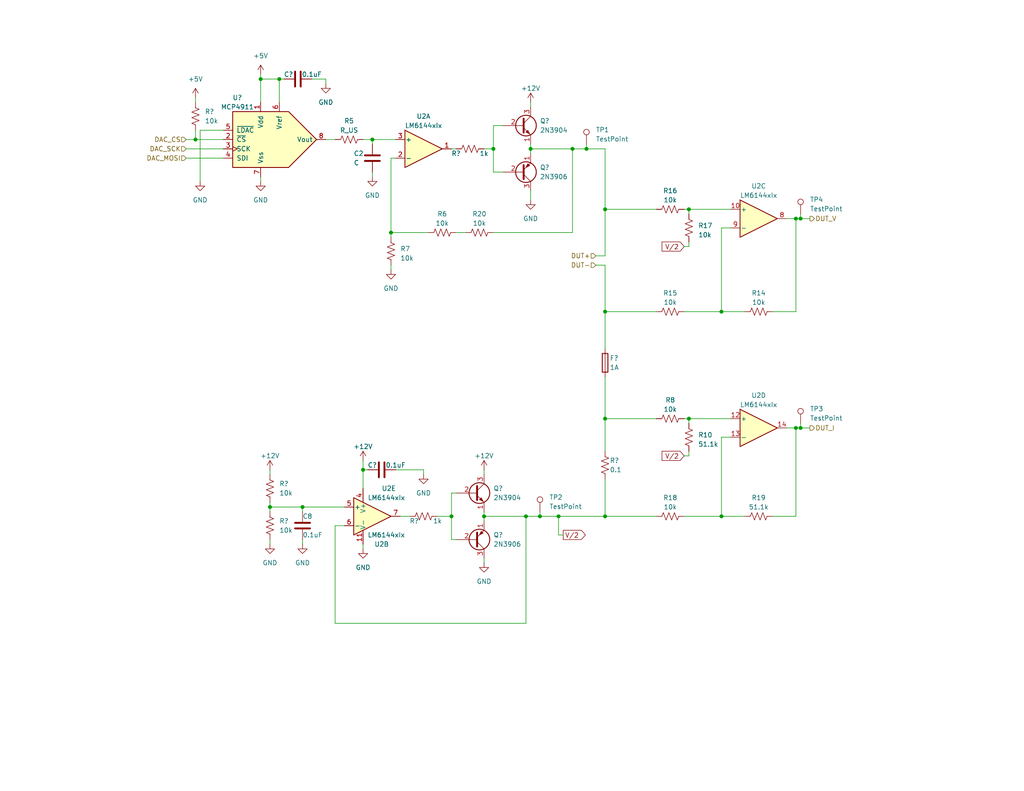
<source format=kicad_sch>
(kicad_sch (version 20230121) (generator eeschema)
  (paper "A")
  (title_block (title "Analog IV Variation"))
  (lib_symbols
    (symbol "Amplifier_Operational:LM6144xIx" (pin_names (offset 0.127))
      (property "Reference" "U" (at 0 5.08 0))
      (property "Value" "LM6144xIx" (at 0 -5.08 0))
      (symbol "LM6144xIx_1_1"
        (polyline (pts (xy -5.08 5.08) (xy 5.08 0) (xy -5.08 -5.08) (xy -5.08 5.08)) (stroke (width 0.254)) (fill (type background)))
        (pin output line (at 7.62 0 180) (length 2.54) (name "~") (number "1"))
        (pin input line (at -7.62 -2.54 0) (length 2.54) (name "-") (number "2"))
        (pin input line (at -7.62 2.54 0) (length 2.54) (name "+") (number "3"))
      )
      (symbol "LM6144xIx_2_1"
        (polyline (pts (xy -5.08 5.08) (xy 5.08 0) (xy -5.08 -5.08) (xy -5.08 5.08)) (stroke (width 0.254)) (fill (type background)))
        (pin input line (at -7.62 2.54 0) (length 2.54) (name "+") (number "5"))
        (pin input line (at -7.62 -2.54 0) (length 2.54) (name "-") (number "6"))
        (pin output line (at 7.62 0 180) (length 2.54) (name "~") (number "7"))
      )
      (symbol "LM6144xIx_3_1"
        (polyline (pts (xy -5.08 5.08) (xy 5.08 0) (xy -5.08 -5.08) (xy -5.08 5.08)) (stroke (width 0.254)) (fill (type background)))
        (pin input line (at -7.62 2.54 0) (length 2.54) (name "+") (number "10"))
        (pin output line (at 7.62 0 180) (length 2.54) (name "~") (number "8"))
        (pin input line (at -7.62 -2.54 0) (length 2.54) (name "-") (number "9"))
      )
      (symbol "LM6144xIx_4_1"
        (polyline (pts (xy -5.08 5.08) (xy 5.08 0) (xy -5.08 -5.08) (xy -5.08 5.08)) (stroke (width 0.254)) (fill (type background)))
        (pin input line (at -7.62 2.54 0) (length 2.54) (name "+") (number "12"))
        (pin input line (at -7.62 -2.54 0) (length 2.54) (name "-") (number "13"))
        (pin output line (at 7.62 0 180) (length 2.54) (name "~") (number "14"))
      )
      (symbol "LM6144xIx_5_1"
        (pin power_in line (at -2.54 -7.62 90) (length 3.81) (name "V-") (number "11"))
        (pin power_in line (at -2.54 7.62 270) (length 3.81) (name "V+") (number "4"))
      )
    )
    (symbol "Analog_DAC:MCP4911" (pin_names (offset 1.016))
      (property "Reference" "U" (at 6.35 10.795 0))
      (property "Value" "MCP4911" (at 6.35 8.89 0))
      (symbol "MCP4911_0_0"
        (polyline (pts (xy 15.24 0) (xy 7.62 7.62) (xy -7.62 7.62) (xy -7.62 -7.62) (xy 7.62 -7.62) (xy 15.24 0)) (stroke (width 0.254)) (fill (type background)))
      )
      (symbol "MCP4911_1_1"
        (pin power_in line (at 0 10.16 270) (length 2.54) (name "Vdd") (number "1"))
        (pin input line (at -10.16 0 0) (length 2.54) (name "~{CS}") (number "2"))
        (pin input clock (at -10.16 -2.54 0) (length 2.54) (name "SCK") (number "3"))
        (pin input line (at -10.16 -5.08 0) (length 2.54) (name "SDI") (number "4"))
        (pin input line (at -10.16 2.54 0) (length 2.54) (name "~{LDAC}") (number "5"))
        (pin power_in line (at 5.08 10.16 270) (length 2.54) (name "Vref") (number "6"))
        (pin power_in line (at 0 -10.16 90) (length 2.54) (name "Vss") (number "7"))
        (pin output line (at 17.78 0 180) (length 2.54) (name "Vout") (number "8"))
      )
    )
    (symbol "Connector:TestPoint" (pin_numbers hide) (pin_names (offset 0.762) hide)
      (property "Reference" "TP" (at 0 6.858 0))
      (property "Value" "TestPoint" (at 0 5.08 0))
      (symbol "TestPoint_0_1"
        (circle (center 0 3.302) (radius 0.762))
      )
      (symbol "TestPoint_1_1"
        (pin passive line (at 0 0 90) (length 2.54) (name "1") (number "1"))
      )
    )
    (symbol "Device:C" (pin_numbers hide) (pin_names (offset 0.254))
      (property "Reference" "C" (at 0.635 2.54 0))
      (property "Value" "C" (at 0.635 -2.54 0))
      (symbol "C_0_1"
        (polyline (pts (xy -2.032 -0.762) (xy 2.032 -0.762)) (stroke (width 0.508)))
        (polyline (pts (xy -2.032 0.762) (xy 2.032 0.762)) (stroke (width 0.508)))
      )
      (symbol "C_1_1"
        (pin passive line (at 0 3.81 270) (length 2.794) (name "~") (number "1"))
        (pin passive line (at 0 -3.81 90) (length 2.794) (name "~") (number "2"))
      )
    )
    (symbol "Device:Fuse" (pin_numbers hide) (pin_names (offset 0))
      (property "Reference" "F" (at 2.032 0 90))
      (property "Value" "Fuse" (at -1.905 0 90))
      (symbol "Fuse_0_1"
        (rectangle (start -0.762 -2.54) (end 0.762 2.54) (stroke (width 0.254)))
        (polyline (pts (xy 0 2.54) (xy 0 -2.54)))
      )
      (symbol "Fuse_1_1"
        (pin passive line (at 0 3.81 270) (length 1.27) (name "~") (number "1"))
        (pin passive line (at 0 -3.81 90) (length 1.27) (name "~") (number "2"))
      )
    )
    (symbol "Device:R_US" (pin_numbers hide) (pin_names (offset 0))
      (property "Reference" "R" (at 2.54 0 90))
      (property "Value" "R_US" (at -2.54 0 90))
      (symbol "R_US_0_1"
        (polyline (pts (xy 0 -2.286) (xy 0 -2.54)))
        (polyline (pts (xy 0 2.286) (xy 0 2.54)))
        (polyline (pts (xy 0 -0.762) (xy 1.016 -1.143) (xy 0 -1.524) (xy -1.016 -1.905) (xy 0 -2.286)))
        (polyline (pts (xy 0 0.762) (xy 1.016 0.381) (xy 0 0) (xy -1.016 -0.381) (xy 0 -0.762)))
        (polyline (pts (xy 0 2.286) (xy 1.016 1.905) (xy 0 1.524) (xy -1.016 1.143) (xy 0 0.762)))
      )
      (symbol "R_US_1_1"
        (pin passive line (at 0 3.81 270) (length 1.27) (name "~") (number "1"))
        (pin passive line (at 0 -3.81 90) (length 1.27) (name "~") (number "2"))
      )
    )
    (symbol "Transistor_BJT:2N3904" (pin_names (offset 0) hide)
      (property "Reference" "Q" (at 5.08 1.905 0))
      (property "Value" "2N3904" (at 5.08 0 0))
      (symbol "2N3904_0_1"
        (polyline (pts (xy 0.635 0.635) (xy 2.54 2.54)))
        (polyline (pts (xy 0.635 -0.635) (xy 2.54 -2.54) (xy 2.54 -2.54)))
        (polyline (pts (xy 0.635 1.905) (xy 0.635 -1.905) (xy 0.635 -1.905)) (stroke (width 0.508)))
        (polyline (pts (xy 1.27 -1.778) (xy 1.778 -1.27) (xy 2.286 -2.286) (xy 1.27 -1.778) (xy 1.27 -1.778)) (fill (type outline)))
        (circle (center 1.27 0) (radius 2.8194) (stroke (width 0.254)))
      )
      (symbol "2N3904_1_1"
        (pin passive line (at 2.54 -5.08 90) (length 2.54) (name "E") (number "1"))
        (pin passive line (at -5.08 0 0) (length 5.715) (name "B") (number "2"))
        (pin passive line (at 2.54 5.08 270) (length 2.54) (name "C") (number "3"))
      )
    )
    (symbol "Transistor_BJT:2N3906" (pin_names (offset 0) hide)
      (property "Reference" "Q" (at 5.08 1.905 0))
      (property "Value" "2N3906" (at 5.08 0 0))
      (symbol "2N3906_0_1"
        (polyline (pts (xy 0.635 0.635) (xy 2.54 2.54)))
        (polyline (pts (xy 0.635 -0.635) (xy 2.54 -2.54) (xy 2.54 -2.54)))
        (polyline (pts (xy 0.635 1.905) (xy 0.635 -1.905) (xy 0.635 -1.905)) (stroke (width 0.508)))
        (polyline (pts (xy 2.286 -1.778) (xy 1.778 -2.286) (xy 1.27 -1.27) (xy 2.286 -1.778) (xy 2.286 -1.778)) (fill (type outline)))
        (circle (center 1.27 0) (radius 2.8194) (stroke (width 0.254)))
      )
      (symbol "2N3906_1_1"
        (pin passive line (at 2.54 -5.08 90) (length 2.54) (name "E") (number "1"))
        (pin input line (at -5.08 0 0) (length 5.715) (name "B") (number "2"))
        (pin passive line (at 2.54 5.08 270) (length 2.54) (name "C") (number "3"))
      )
    )
    (symbol "power:+12V" (power) (pin_names (offset 0))
      (property "Value" "+12V" (at 0 3.556 0))
      (symbol "+12V_0_1"
        (polyline (pts (xy -0.762 1.27) (xy 0 2.54)))
        (polyline (pts (xy 0 0) (xy 0 2.54)))
        (polyline (pts (xy 0 2.54) (xy 0.762 1.27)))
      )
      (symbol "+12V_1_1"
        (pin power_in line (at 0 0 90) (length 0) hide (name "+12V") (number "1"))
      )
    )
    (symbol "power:+5V" (power) (pin_names (offset 0))
      (property "Value" "+5V" (at 0 3.556 0))
      (symbol "+5V_0_1"
        (polyline (pts (xy -0.762 1.27) (xy 0 2.54)))
        (polyline (pts (xy 0 0) (xy 0 2.54)))
        (polyline (pts (xy 0 2.54) (xy 0.762 1.27)))
      )
      (symbol "+5V_1_1"
        (pin power_in line (at 0 0 90) (length 0) hide (name "+5V") (number "1"))
      )
    )
    (symbol "power:GND" (power) (pin_names (offset 0))
      (property "Value" "GND" (at 0 -3.81 0))
      (symbol "GND_0_1"
        (polyline (pts (xy 0 0) (xy 0 -1.27) (xy 1.27 -1.27) (xy 0 -2.54) (xy -1.27 -1.27) (xy 0 -1.27)))
      )
      (symbol "GND_1_1"
        (pin power_in line (at 0 0 270) (length 0) hide (name "GND") (number "1"))
      )
    )
  )
  (junction (at 196.85 140.97))
  (junction (at 187.96 114.3))
  (junction (at 165.1 140.97))
  (junction (at 144.78 40.64))
  (junction (at 134.62 40.64))
  (junction (at 143.51 140.97))
  (junction (at 53.34 38.1))
  (junction (at 196.85 85.09))
  (junction (at 82.55 138.43))
  (junction (at 99.06 128.27))
  (junction (at 132.08 140.97))
  (junction (at 218.44 59.69))
  (junction (at 71.12 21.59))
  (junction (at 217.17 59.69))
  (junction (at 160.02 40.64))
  (junction (at 101.6 38.1))
  (junction (at 165.1 85.09))
  (junction (at 156.21 40.64))
  (junction (at 76.2 21.59))
  (junction (at 218.44 116.84))
  (junction (at 217.17 116.84))
  (junction (at 106.68 63.5))
  (junction (at 73.66 138.43))
  (junction (at 147.32 140.97))
  (junction (at 165.1 57.15))
  (junction (at 152.4 140.97))
  (junction (at 165.1 114.3))
  (junction (at 187.96 57.15))
  (junction (at 123.19 140.97))
  (wire (pts (xy 218.44 115.57) (xy 218.44 116.84)))
  (wire (pts (xy 162.56 69.85) (xy 165.1 69.85)))
  (wire (pts (xy 199.39 119.38) (xy 196.85 119.38)))
  (wire (pts (xy 99.06 148.59) (xy 99.06 149.86)))
  (wire (pts (xy 165.1 85.09) (xy 179.07 85.09)))
  (wire (pts (xy 50.8 43.18) (xy 60.96 43.18)))
  (wire (pts (xy 165.1 57.15) (xy 165.1 69.85)))
  (wire (pts (xy 144.78 40.64) (xy 156.21 40.64)))
  (wire (pts (xy 196.85 119.38) (xy 196.85 140.97)))
  (wire (pts (xy 124.46 63.5) (xy 127 63.5)))
  (wire (pts (xy 186.69 85.09) (xy 196.85 85.09)))
  (wire (pts (xy 71.12 20.32) (xy 71.12 21.59)))
  (wire (pts (xy 73.66 128.27) (xy 73.66 129.54)))
  (wire (pts (xy 106.68 43.18) (xy 106.68 63.5)))
  (wire (pts (xy 196.85 140.97) (xy 203.2 140.97)))
  (wire (pts (xy 144.78 52.07) (xy 144.78 54.61)))
  (wire (pts (xy 71.12 48.26) (xy 71.12 49.53)))
  (wire (pts (xy 217.17 116.84) (xy 218.44 116.84)))
  (wire (pts (xy 156.21 40.64) (xy 160.02 40.64)))
  (wire (pts (xy 186.69 140.97) (xy 196.85 140.97)))
  (wire (pts (xy 106.68 72.39) (xy 106.68 73.66)))
  (wire (pts (xy 53.34 38.1) (xy 50.8 38.1)))
  (wire (pts (xy 73.66 147.32) (xy 73.66 148.59)))
  (wire (pts (xy 144.78 40.64) (xy 144.78 41.91)))
  (wire (pts (xy 71.12 21.59) (xy 76.2 21.59)))
  (wire (pts (xy 99.06 38.1) (xy 101.6 38.1)))
  (wire (pts (xy 217.17 59.69) (xy 218.44 59.69)))
  (wire (pts (xy 123.19 134.62) (xy 124.46 134.62)))
  (wire (pts (xy 134.62 34.29) (xy 134.62 40.64)))
  (wire (pts (xy 187.96 57.15) (xy 187.96 58.42)))
  (wire (pts (xy 165.1 85.09) (xy 165.1 95.25)))
  (wire (pts (xy 147.32 140.97) (xy 152.4 140.97)))
  (wire (pts (xy 132.08 152.4) (xy 132.08 153.67)))
  (wire (pts (xy 199.39 62.23) (xy 196.85 62.23)))
  (wire (pts (xy 53.34 26.67) (xy 53.34 27.94)))
  (wire (pts (xy 165.1 130.81) (xy 165.1 140.97)))
  (wire (pts (xy 50.8 40.64) (xy 60.96 40.64)))
  (wire (pts (xy 217.17 85.09) (xy 217.17 59.69)))
  (wire (pts (xy 99.06 128.27) (xy 99.06 133.35)))
  (wire (pts (xy 91.44 170.18) (xy 143.51 170.18)))
  (wire (pts (xy 165.1 57.15) (xy 179.07 57.15)))
  (wire (pts (xy 132.08 40.64) (xy 134.62 40.64)))
  (wire (pts (xy 186.69 114.3) (xy 187.96 114.3)))
  (wire (pts (xy 134.62 63.5) (xy 156.21 63.5)))
  (wire (pts (xy 124.46 147.32) (xy 123.19 147.32)))
  (wire (pts (xy 217.17 116.84) (xy 217.17 140.97)))
  (wire (pts (xy 123.19 140.97) (xy 123.19 147.32)))
  (wire (pts (xy 210.82 85.09) (xy 217.17 85.09)))
  (wire (pts (xy 99.06 125.73) (xy 99.06 128.27)))
  (wire (pts (xy 132.08 140.97) (xy 132.08 142.24)))
  (wire (pts (xy 115.57 129.54) (xy 115.57 128.27)))
  (wire (pts (xy 214.63 116.84) (xy 217.17 116.84)))
  (wire (pts (xy 160.02 39.37) (xy 160.02 40.64)))
  (wire (pts (xy 101.6 39.37) (xy 101.6 38.1)))
  (wire (pts (xy 132.08 140.97) (xy 143.51 140.97)))
  (wire (pts (xy 186.69 57.15) (xy 187.96 57.15)))
  (wire (pts (xy 210.82 140.97) (xy 217.17 140.97)))
  (wire (pts (xy 152.4 140.97) (xy 165.1 140.97)))
  (wire (pts (xy 143.51 140.97) (xy 147.32 140.97)))
  (wire (pts (xy 101.6 48.26) (xy 101.6 46.99)))
  (wire (pts (xy 186.69 67.31) (xy 187.96 67.31)))
  (wire (pts (xy 101.6 38.1) (xy 107.95 38.1)))
  (wire (pts (xy 217.17 59.69) (xy 214.63 59.69)))
  (wire (pts (xy 106.68 63.5) (xy 116.84 63.5)))
  (wire (pts (xy 186.69 124.46) (xy 187.96 124.46)))
  (wire (pts (xy 218.44 58.42) (xy 218.44 59.69)))
  (wire (pts (xy 91.44 143.51) (xy 91.44 170.18)))
  (wire (pts (xy 132.08 128.27) (xy 132.08 129.54)))
  (wire (pts (xy 123.19 40.64) (xy 124.46 40.64)))
  (wire (pts (xy 165.1 40.64) (xy 165.1 57.15)))
  (wire (pts (xy 93.98 143.51) (xy 91.44 143.51)))
  (wire (pts (xy 76.2 21.59) (xy 77.47 21.59)))
  (wire (pts (xy 165.1 114.3) (xy 165.1 123.19)))
  (wire (pts (xy 218.44 59.69) (xy 220.98 59.69)))
  (wire (pts (xy 143.51 140.97) (xy 143.51 170.18)))
  (wire (pts (xy 60.96 38.1) (xy 53.34 38.1)))
  (wire (pts (xy 165.1 140.97) (xy 179.07 140.97)))
  (wire (pts (xy 109.22 140.97) (xy 111.76 140.97)))
  (wire (pts (xy 144.78 39.37) (xy 144.78 40.64)))
  (wire (pts (xy 165.1 102.87) (xy 165.1 114.3)))
  (wire (pts (xy 115.57 128.27) (xy 107.95 128.27)))
  (wire (pts (xy 73.66 138.43) (xy 73.66 139.7)))
  (wire (pts (xy 53.34 38.1) (xy 53.34 35.56)))
  (wire (pts (xy 196.85 85.09) (xy 203.2 85.09)))
  (wire (pts (xy 165.1 85.09) (xy 165.1 72.39)))
  (wire (pts (xy 76.2 21.59) (xy 76.2 27.94)))
  (wire (pts (xy 144.78 27.94) (xy 144.78 29.21)))
  (wire (pts (xy 119.38 140.97) (xy 123.19 140.97)))
  (wire (pts (xy 218.44 116.84) (xy 220.98 116.84)))
  (wire (pts (xy 187.96 57.15) (xy 199.39 57.15)))
  (wire (pts (xy 71.12 21.59) (xy 71.12 27.94)))
  (wire (pts (xy 82.55 147.32) (xy 82.55 148.59)))
  (wire (pts (xy 82.55 138.43) (xy 82.55 139.7)))
  (wire (pts (xy 85.09 21.59) (xy 88.9 21.59)))
  (wire (pts (xy 162.56 72.39) (xy 165.1 72.39)))
  (wire (pts (xy 134.62 34.29) (xy 137.16 34.29)))
  (wire (pts (xy 187.96 114.3) (xy 199.39 114.3)))
  (wire (pts (xy 88.9 38.1) (xy 91.44 38.1)))
  (wire (pts (xy 73.66 137.16) (xy 73.66 138.43)))
  (wire (pts (xy 152.4 146.05) (xy 152.4 140.97)))
  (wire (pts (xy 187.96 123.19) (xy 187.96 124.46)))
  (wire (pts (xy 107.95 43.18) (xy 106.68 43.18)))
  (wire (pts (xy 82.55 138.43) (xy 93.98 138.43)))
  (wire (pts (xy 187.96 66.04) (xy 187.96 67.31)))
  (wire (pts (xy 54.61 49.53) (xy 54.61 35.56)))
  (wire (pts (xy 156.21 63.5) (xy 156.21 40.64)))
  (wire (pts (xy 196.85 62.23) (xy 196.85 85.09)))
  (wire (pts (xy 187.96 114.3) (xy 187.96 115.57)))
  (wire (pts (xy 54.61 35.56) (xy 60.96 35.56)))
  (wire (pts (xy 123.19 134.62) (xy 123.19 140.97)))
  (wire (pts (xy 134.62 40.64) (xy 134.62 46.99)))
  (wire (pts (xy 73.66 138.43) (xy 82.55 138.43)))
  (wire (pts (xy 100.33 128.27) (xy 99.06 128.27)))
  (wire (pts (xy 106.68 63.5) (xy 106.68 64.77)))
  (wire (pts (xy 137.16 46.99) (xy 134.62 46.99)))
  (wire (pts (xy 179.07 114.3) (xy 165.1 114.3)))
  (wire (pts (xy 147.32 139.7) (xy 147.32 140.97)))
  (wire (pts (xy 153.67 146.05) (xy 152.4 146.05)))
  (wire (pts (xy 160.02 40.64) (xy 165.1 40.64)))
  (wire (pts (xy 132.08 139.7) (xy 132.08 140.97)))
  (wire (pts (xy 88.9 21.59) (xy 88.9 22.86)))
  (global_label "V{slash}2" (shape input) (at 186.69 124.46 180) (property "Intersheetrefs" "${INTERSHEET_REFS}" (effects hide)))
  (global_label "V{slash}2" (shape input) (at 186.69 67.31 180) (property "Intersheetrefs" "${INTERSHEET_REFS}" (effects hide)))
  (global_label "V{slash}2" (shape output) (at 153.67 146.05 0) (property "Intersheetrefs" "${INTERSHEET_REFS}" (effects hide)))
  (hierarchical_label "DAC_SCK" (shape input) (at 50.8 40.64 180))
  (hierarchical_label "DUT-" (shape input) (at 162.56 72.39 180))
  (hierarchical_label "DAC_MOSI" (shape input) (at 50.8 43.18 180))
  (hierarchical_label "DUT+" (shape input) (at 162.56 69.85 180))
  (hierarchical_label "DUT_I" (shape output) (at 220.98 116.84 0))
  (hierarchical_label "DUT_V" (shape output) (at 220.98 59.69 0))
  (hierarchical_label "DAC_CS" (shape input) (at 50.8 38.1 180))
  (symbol (lib_id "power:GND") (at 82.55 148.59 0) (mirror y) (unit 1)
    (property "Reference" "#PWR?" (effects hide))
    (property "Value" "GND" (at 82.55 153.67 0))
    (instances (project "USB_curve_tracer" (path "" (reference "#PWR?") (unit 1)) (path "" (reference "#PWR037") (unit 1))))
  )
  (symbol (lib_id "Device:R_US") (at 187.96 119.38 0) (unit 1)
    (property "Reference" "R10" (at 190.5 118.745 0) (effects (justify left)))
    (property "Value" "51.1k" (at 190.5 121.285 0) (effects (justify left)))
  )
  (symbol (lib_id "Amplifier_Operational:LM6144xIx") (at 207.01 116.84 0) (unit 4)
    (property "Reference" "U2" (at 207.01 107.95 0))
    (property "Value" "LM6144xIx" (at 207.01 110.49 0))
    (property "Datasheet" "https://www.ti.com/lit/ds/symlink/lm6142.pdf" (effects hide))
  )
  (symbol (lib_id "Device:C") (at 82.55 143.51 0) (unit 1)
    (property "Reference" "C8" (at 82.55 140.97 0) (effects (justify left)))
    (property "Value" "0.1uF" (at 82.55 146.05 0) (effects (justify left)))
  )
  (symbol (lib_id "power:GND") (at 88.9 22.86 0) (mirror y) (unit 1)
    (property "Reference" "#PWR?" (effects hide))
    (property "Value" "GND" (at 88.9 27.94 0))
    (instances (project "USB_curve_tracer" (path "" (reference "#PWR?") (unit 1)) (path "" (reference "#PWR017") (unit 1))))
  )
  (symbol (lib_id "Device:C") (at 81.28 21.59 90) (unit 1)
    (property "Reference" "C?" (at 78.74 20.32 90))
    (property "Value" "0.1uF" (at 85.09 20.32 90))
    (instances (project "USB_curve_tracer" (path "" (reference "C?") (unit 1)) (path "" (reference "C1") (unit 1))))
  )
  (symbol (lib_id "power:+5V") (at 71.12 20.32 0) (unit 1)
    (property "Reference" "#PWR?" (effects hide))
    (property "Value" "+5V" (at 71.12 15.24 0))
    (instances (project "USB_curve_tracer" (path "" (reference "#PWR?") (unit 1)) (path "" (reference "#PWR014") (unit 1))))
  )
  (symbol (lib_id "Amplifier_Operational:LM6144xIx") (at 115.57 40.64 0) (unit 1)
    (property "Reference" "U2" (at 115.57 31.75 0))
    (property "Value" "LM6144xIx" (at 115.57 34.29 0))
    (property "Datasheet" "https://www.ti.com/lit/ds/symlink/lm6142.pdf" (effects hide))
  )
  (symbol (lib_id "Device:Fuse") (at 165.1 99.06 0) (unit 1)
    (property "Reference" "F?" (at 166.37 97.7899 0) (effects (justify left)))
    (property "Value" "1A" (at 166.37 100.3299 0) (effects (justify left)))
    (instances (project "USB_curve_tracer" (path "" (reference "F?") (unit 1)) (path "" (reference "F2") (unit 1))))
  )
  (symbol (lib_id "Connector:TestPoint") (at 160.02 39.37 0) (unit 1)
    (property "Reference" "TP1" (at 162.56 35.433 0) (effects (justify left)))
    (property "Value" "TestPoint" (at 162.56 37.973 0) (effects (justify left)))
  )
  (symbol (lib_id "Device:R_US") (at 120.65 63.5 90) (unit 1)
    (property "Reference" "R6" (at 120.65 58.42 90))
    (property "Value" "10k" (at 120.65 60.96 90))
  )
  (symbol (lib_id "Transistor_BJT:2N3904") (at 142.24 34.29 0) (unit 1)
    (property "Reference" "Q?" (at 147.32 33.0199 0) (effects (justify left)))
    (property "Value" "2N3904" (at 147.32 35.5599 0) (effects (justify left)))
    (property "Footprint" "Package_TO_SOT_THT:TO-92_Inline" (effects hide))
    (property "Datasheet" "https://www.onsemi.com/pub/Collateral/2N3903-D.PDF" (effects hide))
    (instances (project "USB_curve_tracer" (path "" (reference "Q?") (unit 1)) (path "" (reference "Q3") (unit 1))))
  )
  (symbol (lib_id "power:+12V") (at 99.06 125.73 0) (unit 1)
    (property "Reference" "#PWR018" (effects hide))
    (property "Value" "+12V" (at 99.06 121.92 0))
  )
  (symbol (lib_id "Device:R_US") (at 182.88 114.3 90) (unit 1)
    (property "Reference" "R8" (at 182.88 109.22 90))
    (property "Value" "10k" (at 182.88 111.76 90))
  )
  (symbol (lib_id "power:GND") (at 99.06 149.86 0) (mirror y) (unit 1)
    (property "Reference" "#PWR?" (effects hide))
    (property "Value" "GND" (at 99.06 154.94 0))
    (instances (project "USB_curve_tracer" (path "" (reference "#PWR?") (unit 1)) (path "" (reference "#PWR020") (unit 1))))
  )
  (symbol (lib_id "Device:R_US") (at 73.66 133.35 0) (unit 1)
    (property "Reference" "R?" (at 76.2 132.0799 0) (effects (justify left)))
    (property "Value" "10k" (at 76.2 134.6199 0) (effects (justify left)))
    (instances (project "USB_curve_tracer" (path "" (reference "R?") (unit 1)) (path "" (reference "R2") (unit 1))))
  )
  (symbol (lib_id "Device:R_US") (at 182.88 85.09 90) (unit 1)
    (property "Reference" "R15" (at 182.88 80.01 90))
    (property "Value" "10k" (at 182.88 82.55 90))
  )
  (symbol (lib_id "Device:R_US") (at 73.66 143.51 0) (unit 1)
    (property "Reference" "R?" (at 76.2 142.2399 0) (effects (justify left)))
    (property "Value" "10k" (at 76.2 144.7799 0) (effects (justify left)))
    (instances (project "USB_curve_tracer" (path "" (reference "R?") (unit 1)) (path "" (reference "R3") (unit 1))))
  )
  (symbol (lib_id "Device:R_US") (at 128.27 40.64 90) (unit 1)
    (property "Reference" "R?" (at 124.46 41.91 90))
    (property "Value" "1k" (at 132.08 41.91 90))
    (instances (project "USB_curve_tracer" (path "" (reference "R?") (unit 1)) (path "" (reference "R9") (unit 1))))
  )
  (symbol (lib_id "Amplifier_Operational:LM6144xIx") (at 101.6 140.97 0) (unit 2)
    (property "Reference" "U2" (at 104.14 148.59 0))
    (property "Value" "LM6144xIx" (at 105.41 146.05 0))
    (property "Datasheet" "https://www.ti.com/lit/ds/symlink/lm6142.pdf" (effects hide))
  )
  (symbol (lib_id "power:GND") (at 73.66 148.59 0) (mirror y) (unit 1)
    (property "Reference" "#PWR?" (effects hide))
    (property "Value" "GND" (at 73.66 153.67 0))
    (instances (project "USB_curve_tracer" (path "" (reference "#PWR?") (unit 1)) (path "" (reference "#PWR04") (unit 1))))
  )
  (symbol (lib_id "power:GND") (at 106.68 73.66 0) (mirror y) (unit 1)
    (property "Reference" "#PWR?" (effects hide))
    (property "Value" "GND" (at 106.68 78.74 0))
    (instances (project "USB_curve_tracer" (path "" (reference "#PWR?") (unit 1)) (path "" (reference "#PWR015") (unit 1))))
  )
  (symbol (lib_id "Device:R_US") (at 182.88 140.97 90) (unit 1)
    (property "Reference" "R18" (at 182.88 135.89 90))
    (property "Value" "10k" (at 182.88 138.43 90))
  )
  (symbol (lib_id "Device:R_US") (at 165.1 127 0) (unit 1)
    (property "Reference" "R?" (at 166.37 125.7299 0) (effects (justify left)))
    (property "Value" "0.1" (at 166.37 128.2699 0) (effects (justify left)))
    (instances (project "USB_curve_tracer" (path "" (reference "R?") (unit 1)) (path "" (reference "R13") (unit 1))))
  )
  (symbol (lib_id "Transistor_BJT:2N3906") (at 142.24 46.99 0) (mirror x) (unit 1)
    (property "Reference" "Q?" (at 147.32 45.7199 0) (effects (justify left)))
    (property "Value" "2N3906" (at 147.32 48.2599 0) (effects (justify left)))
    (property "Footprint" "Package_TO_SOT_THT:TO-92_Inline" (effects hide))
    (property "Datasheet" "https://www.onsemi.com/pub/Collateral/2N3906-D.PDF" (effects hide))
    (instances (project "USB_curve_tracer" (path "" (reference "Q?") (unit 1)) (path "" (reference "Q4") (unit 1))))
  )
  (symbol (lib_id "Device:R_US") (at 115.57 140.97 90) (unit 1)
    (property "Reference" "R?" (at 113.03 142.24 90))
    (property "Value" "1k" (at 119.38 142.24 90))
    (instances (project "USB_curve_tracer" (path "" (reference "R?") (unit 1)) (path "" (reference "R4") (unit 1))))
  )
  (symbol (lib_id "Device:R_US") (at 95.25 38.1 90) (unit 1)
    (property "Reference" "R5" (at 95.25 33.02 90))
    (property "Value" "R_US" (at 95.25 35.56 90))
  )
  (symbol (lib_id "Connector:TestPoint") (at 218.44 115.57 0) (unit 1)
    (property "Reference" "TP3" (at 220.98 111.633 0) (effects (justify left)))
    (property "Value" "TestPoint" (at 220.98 114.173 0) (effects (justify left)))
  )
  (symbol (lib_id "power:GND") (at 115.57 129.54 0) (mirror y) (unit 1)
    (property "Reference" "#PWR?" (effects hide))
    (property "Value" "GND" (at 115.57 134.62 0))
    (instances (project "USB_curve_tracer" (path "" (reference "#PWR?") (unit 1)) (path "" (reference "#PWR022") (unit 1))))
  )
  (symbol (lib_id "Amplifier_Operational:LM6144xIx") (at 207.01 59.69 0) (unit 3)
    (property "Reference" "U2" (at 207.01 50.8 0))
    (property "Value" "LM6144xIx" (at 207.01 53.34 0))
    (property "Datasheet" "https://www.ti.com/lit/ds/symlink/lm6142.pdf" (effects hide))
  )
  (symbol (lib_id "Transistor_BJT:2N3906") (at 129.54 147.32 0) (mirror x) (unit 1)
    (property "Reference" "Q?" (at 134.62 146.0499 0) (effects (justify left)))
    (property "Value" "2N3906" (at 134.62 148.5899 0) (effects (justify left)))
    (property "Footprint" "Package_TO_SOT_THT:TO-92_Inline" (effects hide))
    (property "Datasheet" "https://www.onsemi.com/pub/Collateral/2N3906-D.PDF" (effects hide))
    (instances (project "USB_curve_tracer" (path "" (reference "Q?") (unit 1)) (path "" (reference "Q2") (unit 1))))
  )
  (symbol (lib_id "Amplifier_Operational:LM6144xIx") (at 101.6 140.97 0) (unit 5)
    (property "Reference" "U2" (at 104.14 133.35 0) (effects (justify left)))
    (property "Value" "LM6144xIx" (at 100.33 135.89 0) (effects (justify left)))
    (property "Datasheet" "https://www.ti.com/lit/ds/symlink/lm6142.pdf" (effects hide))
  )
  (symbol (lib_id "Device:R_US") (at 207.01 85.09 90) (unit 1)
    (property "Reference" "R14" (at 207.01 80.01 90))
    (property "Value" "10k" (at 207.01 82.55 90))
  )
  (symbol (lib_id "Device:R_US") (at 207.01 140.97 90) (unit 1)
    (property "Reference" "R19" (at 207.01 135.89 90))
    (property "Value" "51.1k" (at 207.01 138.43 90))
  )
  (symbol (lib_id "power:GND") (at 54.61 49.53 0) (mirror y) (unit 1)
    (property "Reference" "#PWR?" (effects hide))
    (property "Value" "GND" (at 54.61 54.61 0))
    (instances (project "USB_curve_tracer" (path "" (reference "#PWR?") (unit 1)) (path "" (reference "#PWR02") (unit 1))))
  )
  (symbol (lib_id "Device:C") (at 101.6 43.18 0) (unit 1)
    (property "Reference" "C2" (at 96.52 41.91 0) (effects (justify left)))
    (property "Value" "C" (at 96.52 44.45 0) (effects (justify left)))
  )
  (symbol (lib_id "Device:R_US") (at 182.88 57.15 90) (unit 1)
    (property "Reference" "R16" (at 182.88 52.07 90))
    (property "Value" "10k" (at 182.88 54.61 90))
  )
  (symbol (lib_id "power:+12V") (at 144.78 27.94 0) (unit 1)
    (property "Reference" "#PWR019" (effects hide))
    (property "Value" "+12V" (at 144.78 24.13 0))
  )
  (symbol (lib_id "Connector:TestPoint") (at 218.44 58.42 0) (unit 1)
    (property "Reference" "TP4" (at 220.98 54.483 0) (effects (justify left)))
    (property "Value" "TestPoint" (at 220.98 57.023 0) (effects (justify left)))
  )
  (symbol (lib_id "power:GND") (at 71.12 49.53 0) (mirror y) (unit 1)
    (property "Reference" "#PWR?" (effects hide))
    (property "Value" "GND" (at 71.12 54.61 0))
    (instances (project "USB_curve_tracer" (path "" (reference "#PWR?") (unit 1)) (path "" (reference "#PWR016") (unit 1))))
  )
  (symbol (lib_id "power:GND") (at 101.6 48.26 0) (mirror y) (unit 1)
    (property "Reference" "#PWR?" (effects hide))
    (property "Value" "GND" (at 101.6 53.34 0))
    (instances (project "USB_curve_tracer" (path "" (reference "#PWR?") (unit 1)) (path "" (reference "#PWR010") (unit 1))))
  )
  (symbol (lib_id "Device:R_US") (at 187.96 62.23 0) (unit 1)
    (property "Reference" "R17" (at 190.5 61.595 0) (effects (justify left)))
    (property "Value" "10k" (at 190.5 64.135 0) (effects (justify left)))
  )
  (symbol (lib_id "Device:C") (at 104.14 128.27 90) (unit 1)
    (property "Reference" "C?" (at 101.6 127 90))
    (property "Value" "0.1uF" (at 107.95 127 90))
    (instances (project "USB_curve_tracer" (path "" (reference "C?") (unit 1)) (path "" (reference "C4") (unit 1))))
  )
  (symbol (lib_id "Device:R_US") (at 106.68 68.58 0) (unit 1)
    (property "Reference" "R7" (at 109.22 67.945 0) (effects (justify left)))
    (property "Value" "10k" (at 109.22 70.485 0) (effects (justify left)))
  )
  (symbol (lib_id "Analog_DAC:MCP4911") (at 71.12 38.1 0) (unit 1)
    (property "Reference" "U?" (at 64.77 26.67 0))
    (property "Value" "MCP4911" (at 64.77 29.21 0))
    (property "Datasheet" "http://ww1.microchip.com/downloads/en/DeviceDoc/22248a.pdf" (effects hide))
    (instances (project "USB_curve_tracer" (path "" (reference "U?") (unit 1)) (path "" (reference "U1") (unit 1))))
  )
  (symbol (lib_id "Device:R_US") (at 53.34 31.75 0) (unit 1)
    (property "Reference" "R?" (at 55.88 30.4799 0) (effects (justify left)))
    (property "Value" "10k" (at 55.88 33.0199 0) (effects (justify left)))
    (instances (project "USB_curve_tracer" (path "" (reference "R?") (unit 1)) (path "" (reference "R1") (unit 1))))
  )
  (symbol (lib_id "power:GND") (at 132.08 153.67 0) (mirror y) (unit 1)
    (property "Reference" "#PWR?" (effects hide))
    (property "Value" "GND" (at 132.08 158.75 0))
    (instances (project "USB_curve_tracer" (path "" (reference "#PWR?") (unit 1)) (path "" (reference "#PWR027") (unit 1))))
  )
  (symbol (lib_id "Connector:TestPoint") (at 147.32 139.7 0) (unit 1)
    (property "Reference" "TP2" (at 149.86 135.763 0) (effects (justify left)))
    (property "Value" "TestPoint" (at 149.86 138.303 0) (effects (justify left)))
  )
  (symbol (lib_id "power:+5V") (at 53.34 26.67 0) (unit 1)
    (property "Reference" "#PWR?" (effects hide))
    (property "Value" "+5V" (at 53.34 21.59 0))
    (instances (project "USB_curve_tracer" (path "" (reference "#PWR?") (unit 1)) (path "" (reference "#PWR01") (unit 1))))
  )
  (symbol (lib_id "power:GND") (at 144.78 54.61 0) (mirror y) (unit 1)
    (property "Reference" "#PWR?" (effects hide))
    (property "Value" "GND" (at 144.78 59.69 0))
    (instances (project "USB_curve_tracer" (path "" (reference "#PWR?") (unit 1)) (path "" (reference "#PWR029") (unit 1))))
  )
  (symbol (lib_id "Transistor_BJT:2N3904") (at 129.54 134.62 0) (unit 1)
    (property "Reference" "Q?" (at 134.62 133.3499 0) (effects (justify left)))
    (property "Value" "2N3904" (at 134.62 135.8899 0) (effects (justify left)))
    (property "Footprint" "Package_TO_SOT_THT:TO-92_Inline" (effects hide))
    (property "Datasheet" "https://www.onsemi.com/pub/Collateral/2N3903-D.PDF" (effects hide))
    (instances (project "USB_curve_tracer" (path "" (reference "Q?") (unit 1)) (path "" (reference "Q1") (unit 1))))
  )
  (symbol (lib_id "power:+12V") (at 132.08 128.27 0) (unit 1)
    (property "Reference" "#PWR021" (effects hide))
    (property "Value" "+12V" (at 132.08 124.46 0))
  )
  (symbol (lib_id "Device:R_US") (at 130.81 63.5 90) (unit 1)
    (property "Reference" "R20" (at 130.81 58.42 90))
    (property "Value" "10k" (at 130.81 60.96 90))
  )
  (symbol (lib_id "power:+12V") (at 73.66 128.27 0) (unit 1)
    (property "Reference" "#PWR03" (effects hide))
    (property "Value" "+12V" (at 73.66 124.46 0))
  )
)
</source>
